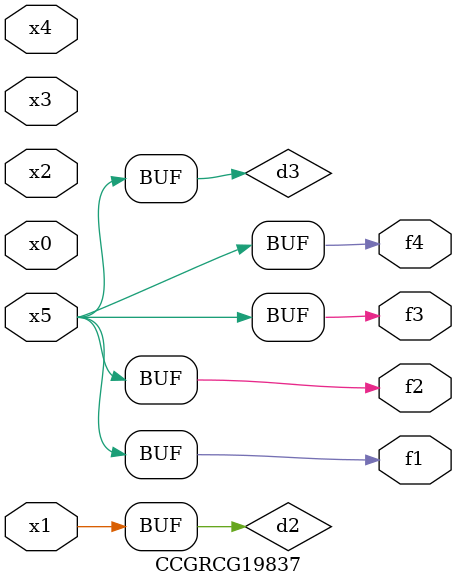
<source format=v>
module CCGRCG19837(
	input x0, x1, x2, x3, x4, x5,
	output f1, f2, f3, f4
);

	wire d1, d2, d3;

	not (d1, x5);
	or (d2, x1);
	xnor (d3, d1);
	assign f1 = d3;
	assign f2 = d3;
	assign f3 = d3;
	assign f4 = d3;
endmodule

</source>
